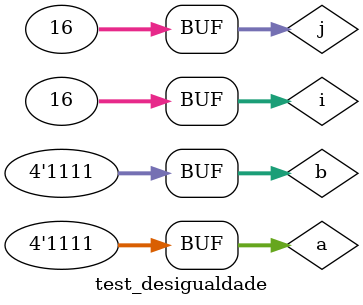
<source format=v>


module desigualdade (output s, input a0, a1, a2, a3, b0, b1, b2, b3);
    
    wire s0, s1, s2, s3;
    
    xor XOR0(s0, a0, b0);
    xor XOR1(s1, a1, b1);
    xor XOR2(s2, a2, b2);
    xor XOR3(s3, a3, b3);
    
    assign s = s0 | s1 | s2 | s3;
 
endmodule


module test_desigualdade; 
// ------------------------- definir dados       
    reg  [3:0] a;       
    reg  [3:0] b;              
    wire resp; 
    integer i, j;
 
   desigualdade D1(resp, a[0], a[1], a[2], a[3], b[0], b[1], b[2], b[3]); 
 
// ------------------------- parte principal  
    initial begin        
        
      
      $display("Exemplo0804 - Larissa Domingues Gomes - 650525");     
      $display("Test LUs desigualdade"); 
      
      $display("a    = b    resp");
      
      $monitor("%b  %b  %b",a, b, resp);
      
    

    for ( i = 0; i < 16; i = i + 1) begin
    for ( j = 0; j < 16; j = j + 1) begin
        #1 a=i; b=j;
    end
    end
   
    end 
 
endmodule // test_desigualdade 
 
</source>
